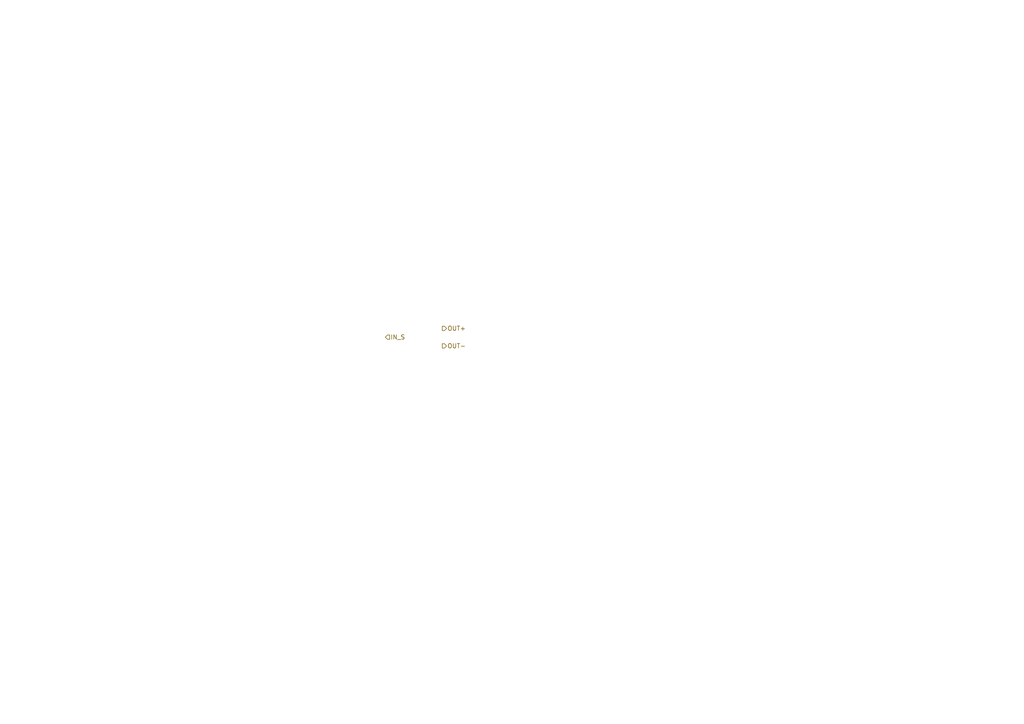
<source format=kicad_sch>
(kicad_sch
	(version 20250114)
	(generator "eeschema")
	(generator_version "9.0")
	(uuid "527d4fca-5aeb-4c6f-bd94-7082a040bc1b")
	(paper "A4")
	(lib_symbols)
	(hierarchical_label "IN_S"
		(shape input)
		(at 111.76 97.79 0)
		(effects
			(font
				(size 1.27 1.27)
			)
			(justify left)
		)
		(uuid "35682cfb-7137-424e-866c-82b652bac282")
	)
	(hierarchical_label "OUT-"
		(shape output)
		(at 128.27 100.33 0)
		(effects
			(font
				(size 1.27 1.27)
			)
			(justify left)
		)
		(uuid "8ba10abd-2f70-4dcd-9328-cf8e5016af61")
	)
	(hierarchical_label "OUT+"
		(shape output)
		(at 128.27 95.25 0)
		(effects
			(font
				(size 1.27 1.27)
			)
			(justify left)
		)
		(uuid "c336e3a1-ec0b-48aa-b417-cf510c2d8784")
	)
)

</source>
